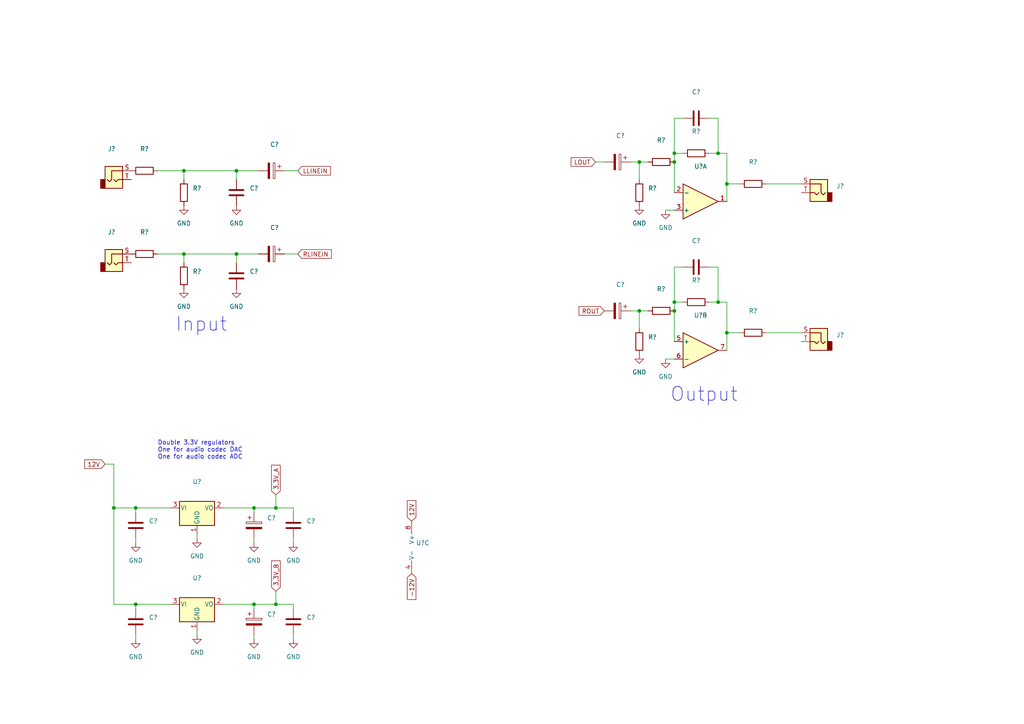
<source format=kicad_sch>
(kicad_sch (version 20211123) (generator eeschema)
  (paper "A4")
  (lib_symbols
    (symbol "Amplifier_Operational:TL072" (pin_names (offset 0.127))
      (property "Reference" "U" (at 0 5.08 0))
      (property "Value" "TL072" (at 0 -5.08 0))
      (symbol "TL072_1_1"
        (polyline (pts (xy -5.08 5.08) (xy 5.08 0) (xy -5.08 -5.08) (xy -5.08 5.08)) (stroke (width 0.254)) (fill (type background)))
        (pin output line (at 7.62 0 180) (length 2.54) (name "~") (number "1"))
        (pin input line (at -7.62 -2.54 0) (length 2.54) (name "-") (number "2"))
        (pin input line (at -7.62 2.54 0) (length 2.54) (name "+") (number "3"))
      )
      (symbol "TL072_2_1"
        (polyline (pts (xy -5.08 5.08) (xy 5.08 0) (xy -5.08 -5.08) (xy -5.08 5.08)) (stroke (width 0.254)) (fill (type background)))
        (pin input line (at -7.62 2.54 0) (length 2.54) (name "+") (number "5"))
        (pin input line (at -7.62 -2.54 0) (length 2.54) (name "-") (number "6"))
        (pin output line (at 7.62 0 180) (length 2.54) (name "~") (number "7"))
      )
      (symbol "TL072_3_1"
        (pin power_in line (at -2.54 -7.62 90) (length 3.81) (name "V-") (number "4"))
        (pin power_in line (at -2.54 7.62 270) (length 3.81) (name "V+") (number "8"))
      )
    )
    (symbol "Connector:AudioJack2"
      (property "Reference" "J" (at 0 8.89 0))
      (property "Value" "AudioJack2" (at 0 6.35 0))
      (symbol "AudioJack2_0_1"
        (rectangle (start -3.81 0) (end -2.54 -2.54) (stroke (width 0.254)) (fill (type outline)))
        (rectangle (start -2.54 3.81) (end 2.54 -2.54) (stroke (width 0.254)) (fill (type background)))
        (polyline (pts (xy 0 0) (xy 0.635 -0.635) (xy 1.27 0) (xy 2.54 0)) (stroke (width 0.254)))
        (polyline (pts (xy 2.54 2.54) (xy -0.635 2.54) (xy -0.635 0) (xy -1.27 -0.635) (xy -1.905 0)) (stroke (width 0.254)))
      )
      (symbol "AudioJack2_1_1"
        (pin passive line (at 5.08 2.54 180) (length 2.54) (name "~") (number "S"))
        (pin passive line (at 5.08 0 180) (length 2.54) (name "~") (number "T"))
      )
    )
    (symbol "Device:C" (pin_numbers hide) (pin_names (offset 0.254))
      (property "Reference" "C" (at 0.635 2.54 0))
      (property "Value" "C" (at 0.635 -2.54 0))
      (symbol "C_0_1"
        (polyline (pts (xy -2.032 -0.762) (xy 2.032 -0.762)) (stroke (width 0.508)))
        (polyline (pts (xy -2.032 0.762) (xy 2.032 0.762)) (stroke (width 0.508)))
      )
      (symbol "C_1_1"
        (pin passive line (at 0 3.81 270) (length 2.794) (name "~") (number "1"))
        (pin passive line (at 0 -3.81 90) (length 2.794) (name "~") (number "2"))
      )
    )
    (symbol "Device:C_Polarized" (pin_numbers hide) (pin_names (offset 0.254))
      (property "Reference" "C" (at 0.635 2.54 0))
      (property "Value" "C_Polarized" (at 0.635 -2.54 0))
      (symbol "C_Polarized_0_1"
        (rectangle (start -2.286 0.508) (end 2.286 1.016))
        (polyline (pts (xy -1.778 2.286) (xy -0.762 2.286)))
        (polyline (pts (xy -1.27 2.794) (xy -1.27 1.778)))
        (rectangle (start 2.286 -0.508) (end -2.286 -1.016) (fill (type outline)))
      )
      (symbol "C_Polarized_1_1"
        (pin passive line (at 0 3.81 270) (length 2.794) (name "~") (number "1"))
        (pin passive line (at 0 -3.81 90) (length 2.794) (name "~") (number "2"))
      )
    )
    (symbol "Device:R" (pin_numbers hide) (pin_names (offset 0))
      (property "Reference" "R" (at 2.032 0 90))
      (property "Value" "R" (at 0 0 90))
      (symbol "R_0_1"
        (rectangle (start -1.016 -2.54) (end 1.016 2.54) (stroke (width 0.254)))
      )
      (symbol "R_1_1"
        (pin passive line (at 0 3.81 270) (length 1.27) (name "~") (number "1"))
        (pin passive line (at 0 -3.81 90) (length 1.27) (name "~") (number "2"))
      )
    )
    (symbol "Regulator_Linear:LM1117-3.3" (pin_names (offset 0.254))
      (property "Reference" "U" (at -3.81 3.175 0))
      (property "Value" "LM1117-3.3" (at 0 3.175 0))
      (symbol "LM1117-3.3_0_1"
        (rectangle (start -5.08 -5.08) (end 5.08 1.905) (stroke (width 0.254)) (fill (type background)))
      )
      (symbol "LM1117-3.3_1_1"
        (pin power_in line (at 0 -7.62 90) (length 2.54) (name "GND") (number "1"))
        (pin power_out line (at 7.62 0 180) (length 2.54) (name "VO") (number "2"))
        (pin power_in line (at -7.62 0 0) (length 2.54) (name "VI") (number "3"))
      )
    )
    (symbol "power:GND" (power) (pin_names (offset 0))
      (property "Value" "GND" (at 0 -3.81 0))
      (symbol "GND_0_1"
        (polyline (pts (xy 0 0) (xy 0 -1.27) (xy 1.27 -1.27) (xy 0 -2.54) (xy -1.27 -1.27) (xy 0 -1.27)))
      )
      (symbol "GND_1_1"
        (pin power_in line (at 0 0 270) (length 0) hide (name "GND") (number "1"))
      )
    )
  )
  (junction (at 73.66 175.26))
  (junction (at 210.82 96.52))
  (junction (at 39.37 147.32))
  (junction (at 185.42 90.17))
  (junction (at 195.58 46.99))
  (junction (at 39.37 175.26))
  (junction (at 195.58 87.63))
  (junction (at 80.01 147.32))
  (junction (at 53.34 49.53))
  (junction (at 195.58 44.45))
  (junction (at 53.34 73.66))
  (junction (at 185.42 46.99))
  (junction (at 80.01 175.26))
  (junction (at 210.82 53.34))
  (junction (at 68.58 73.66))
  (junction (at 73.66 147.32))
  (junction (at 68.58 49.53))
  (junction (at 33.02 147.32))
  (junction (at 208.28 87.63))
  (junction (at 208.28 44.45))
  (junction (at 195.58 90.17))
  (wire (pts (xy 64.77 147.32) (xy 73.66 147.32)))
  (wire (pts (xy 49.53 175.26) (xy 39.37 175.26)))
  (wire (pts (xy 68.58 49.53) (xy 74.93 49.53)))
  (wire (pts (xy 185.42 46.99) (xy 185.42 52.07)))
  (wire (pts (xy 73.66 175.26) (xy 73.66 176.53)))
  (wire (pts (xy 30.48 134.62) (xy 33.02 134.62)))
  (wire (pts (xy 210.82 96.52) (xy 214.63 96.52)))
  (wire (pts (xy 208.28 87.63) (xy 205.74 87.63)))
  (wire (pts (xy 57.15 154.94) (xy 57.15 156.21)))
  (wire (pts (xy 208.28 34.29) (xy 208.28 44.45)))
  (wire (pts (xy 73.66 147.32) (xy 73.66 148.59)))
  (wire (pts (xy 86.36 73.66) (xy 82.55 73.66)))
  (wire (pts (xy 208.28 77.47) (xy 208.28 87.63)))
  (wire (pts (xy 195.58 44.45) (xy 195.58 34.29)))
  (wire (pts (xy 195.58 90.17) (xy 195.58 99.06)))
  (wire (pts (xy 85.09 184.15) (xy 85.09 185.42)))
  (wire (pts (xy 39.37 157.48) (xy 39.37 156.21)))
  (wire (pts (xy 49.53 147.32) (xy 39.37 147.32)))
  (wire (pts (xy 73.66 175.26) (xy 80.01 175.26)))
  (wire (pts (xy 193.04 104.14) (xy 195.58 104.14)))
  (wire (pts (xy 39.37 185.42) (xy 39.37 184.15)))
  (wire (pts (xy 33.02 147.32) (xy 39.37 147.32)))
  (wire (pts (xy 195.58 90.17) (xy 195.58 87.63)))
  (wire (pts (xy 53.34 49.53) (xy 68.58 49.53)))
  (wire (pts (xy 172.72 46.99) (xy 175.26 46.99)))
  (wire (pts (xy 80.01 143.51) (xy 80.01 147.32)))
  (wire (pts (xy 210.82 53.34) (xy 210.82 58.42)))
  (wire (pts (xy 222.25 53.34) (xy 232.41 53.34)))
  (wire (pts (xy 195.58 87.63) (xy 198.12 87.63)))
  (wire (pts (xy 68.58 73.66) (xy 74.93 73.66)))
  (wire (pts (xy 185.42 90.17) (xy 185.42 95.25)))
  (wire (pts (xy 193.04 60.96) (xy 195.58 60.96)))
  (wire (pts (xy 195.58 34.29) (xy 198.12 34.29)))
  (wire (pts (xy 53.34 49.53) (xy 53.34 52.07)))
  (wire (pts (xy 39.37 175.26) (xy 39.37 176.53)))
  (wire (pts (xy 57.15 182.88) (xy 57.15 184.15)))
  (wire (pts (xy 80.01 171.45) (xy 80.01 175.26)))
  (wire (pts (xy 195.58 46.99) (xy 195.58 55.88)))
  (wire (pts (xy 64.77 175.26) (xy 73.66 175.26)))
  (wire (pts (xy 210.82 44.45) (xy 210.82 53.34)))
  (wire (pts (xy 205.74 77.47) (xy 208.28 77.47)))
  (wire (pts (xy 222.25 96.52) (xy 232.41 96.52)))
  (wire (pts (xy 85.09 147.32) (xy 85.09 148.59)))
  (wire (pts (xy 45.72 49.53) (xy 53.34 49.53)))
  (wire (pts (xy 80.01 175.26) (xy 85.09 175.26)))
  (wire (pts (xy 195.58 87.63) (xy 195.58 77.47)))
  (wire (pts (xy 73.66 185.42) (xy 73.66 184.15)))
  (wire (pts (xy 86.36 49.53) (xy 82.55 49.53)))
  (wire (pts (xy 185.42 90.17) (xy 187.96 90.17)))
  (wire (pts (xy 53.34 73.66) (xy 53.34 76.2)))
  (wire (pts (xy 68.58 73.66) (xy 68.58 76.2)))
  (wire (pts (xy 210.82 87.63) (xy 210.82 96.52)))
  (wire (pts (xy 39.37 147.32) (xy 39.37 148.59)))
  (wire (pts (xy 182.88 90.17) (xy 185.42 90.17)))
  (wire (pts (xy 45.72 73.66) (xy 53.34 73.66)))
  (wire (pts (xy 85.09 156.21) (xy 85.09 157.48)))
  (wire (pts (xy 210.82 44.45) (xy 208.28 44.45)))
  (wire (pts (xy 210.82 96.52) (xy 210.82 101.6)))
  (wire (pts (xy 195.58 46.99) (xy 195.58 44.45)))
  (wire (pts (xy 33.02 147.32) (xy 33.02 175.26)))
  (wire (pts (xy 73.66 147.32) (xy 80.01 147.32)))
  (wire (pts (xy 195.58 44.45) (xy 198.12 44.45)))
  (wire (pts (xy 33.02 175.26) (xy 39.37 175.26)))
  (wire (pts (xy 195.58 77.47) (xy 198.12 77.47)))
  (wire (pts (xy 210.82 53.34) (xy 214.63 53.34)))
  (wire (pts (xy 53.34 73.66) (xy 68.58 73.66)))
  (wire (pts (xy 80.01 147.32) (xy 85.09 147.32)))
  (wire (pts (xy 68.58 49.53) (xy 68.58 52.07)))
  (wire (pts (xy 185.42 46.99) (xy 187.96 46.99)))
  (wire (pts (xy 33.02 134.62) (xy 33.02 147.32)))
  (wire (pts (xy 85.09 175.26) (xy 85.09 176.53)))
  (wire (pts (xy 182.88 46.99) (xy 185.42 46.99)))
  (wire (pts (xy 208.28 44.45) (xy 205.74 44.45)))
  (wire (pts (xy 210.82 87.63) (xy 208.28 87.63)))
  (wire (pts (xy 73.66 157.48) (xy 73.66 156.21)))
  (wire (pts (xy 205.74 34.29) (xy 208.28 34.29)))
  (text "Double 3.3V regulators\nOne for audio codec DAC\nOne for audio codec ADC" (at 45.72 133.35 0) (effects (font (size 1.27 1.27)) (justify left bottom)))
  (text "Output" (at 194.31 116.84 0) (effects (font (size 4 4)) (justify left bottom)))
  (text "Input" (at 50.8 96.52 0) (effects (font (size 4 4)) (justify left bottom)))
  (global_label "RLINEIN" (shape input) (at 86.36 73.66 0) (property "Intersheet References" "${INTERSHEET_REFS}" (effects hide)))
  (global_label "3,3V_A" (shape input) (at 80.01 143.51 90) (property "Intersheet References" "${INTERSHEET_REFS}" (effects hide)))
  (global_label "LOUT" (shape input) (at 172.72 46.99 180) (property "Intersheet References" "${INTERSHEET_REFS}" (effects hide)))
  (global_label "12V" (shape input) (at 30.48 134.62 180) (property "Intersheet References" "${INTERSHEET_REFS}" (effects hide)))
  (global_label "-12V" (shape input) (at 119.38 166.37 270) (property "Intersheet References" "${INTERSHEET_REFS}" (effects hide)))
  (global_label "3,3V_B" (shape input) (at 80.01 171.45 90) (property "Intersheet References" "${INTERSHEET_REFS}" (effects hide)))
  (global_label "12V" (shape input) (at 119.38 151.13 90) (property "Intersheet References" "${INTERSHEET_REFS}" (effects hide)))
  (global_label "LLINEIN" (shape input) (at 86.36 49.53 0) (property "Intersheet References" "${INTERSHEET_REFS}" (effects hide)))
  (global_label "ROUT" (shape input) (at 175.26 90.17 180) (property "Intersheet References" "${INTERSHEET_REFS}" (effects hide)))
  (symbol (lib_id "Device:R") (at 53.34 80.01 180) (unit 1)
    (property "Reference" "R?" (at 55.88 78.7399 0) (effects (justify right)))
  )
  (symbol (lib_id "Device:R") (at 185.42 55.88 180) (unit 1)
    (property "Reference" "R?" (at 187.96 54.6099 0) (effects (justify right)))
  )
  (symbol (lib_id "Device:R") (at 185.42 99.06 180) (unit 1)
    (property "Reference" "R?" (at 187.96 97.7899 0) (effects (justify right)))
  )
  (symbol (lib_id "Device:R") (at 191.77 46.99 270) (unit 1)
    (property "Reference" "R?" (at 191.77 40.64 90))
  )
  (symbol (lib_id "Device:C") (at 201.93 34.29 270) (unit 1)
    (property "Reference" "C?" (at 201.93 26.67 90))
  )
  (symbol (lib_id "power:GND") (at 68.58 59.69 0) (unit 1)
    (property "Reference" "#PWR?" (effects hide))
  )
  (symbol (lib_id "Device:R") (at 41.91 73.66 90) (unit 1)
    (property "Reference" "R?" (at 41.91 67.31 90))
  )
  (symbol (lib_id "Device:C_Polarized") (at 179.07 46.99 270) (unit 1)
    (property "Reference" "C?" (at 179.959 39.37 90))
  )
  (symbol (lib_id "Device:C") (at 85.09 180.34 0) (unit 1)
    (property "Reference" "C?" (at 88.9 179.0699 0) (effects (justify left)))
  )
  (symbol (lib_id "power:GND") (at 193.04 104.14 0) (unit 1)
    (property "Reference" "#PWR?" (effects hide))
  )
  (symbol (lib_id "Connector:AudioJack2") (at 237.49 55.88 0) (mirror y) (unit 1)
    (property "Reference" "J?" (at 242.57 53.9749 0) (effects (justify right)))
  )
  (symbol (lib_id "Device:R") (at 53.34 55.88 180) (unit 1)
    (property "Reference" "R?" (at 55.88 54.6099 0) (effects (justify right)))
  )
  (symbol (lib_id "Device:C_Polarized") (at 78.74 73.66 270) (unit 1)
    (property "Reference" "C?" (at 79.629 66.04 90))
  )
  (symbol (lib_id "power:GND") (at 193.04 60.96 0) (unit 1)
    (property "Reference" "#PWR?" (effects hide))
  )
  (symbol (lib_id "power:GND") (at 68.58 83.82 0) (unit 1)
    (property "Reference" "#PWR?" (effects hide))
  )
  (symbol (lib_id "Regulator_Linear:LM1117-3.3") (at 57.15 175.26 0) (unit 1)
    (property "Reference" "U?" (at 57.15 167.64 0))
    (property "Datasheet" "http://www.ti.com/lit/ds/symlink/lm1117.pdf" (effects hide))
  )
  (symbol (lib_id "Device:C_Polarized") (at 73.66 152.4 0) (unit 1)
    (property "Reference" "C?" (at 77.47 150.2409 0) (effects (justify left)))
  )
  (symbol (lib_id "Amplifier_Operational:TL072") (at 121.92 158.75 0) (unit 3)
    (property "Reference" "U?" (at 120.65 157.4799 0) (effects (justify left)))
    (property "Datasheet" "http://www.ti.com/lit/ds/symlink/tl071.pdf" (effects hide))
  )
  (symbol (lib_id "Device:C") (at 39.37 152.4 0) (unit 1)
    (property "Reference" "C?" (at 43.18 151.1299 0) (effects (justify left)))
  )
  (symbol (lib_id "Device:C") (at 39.37 180.34 0) (unit 1)
    (property "Reference" "C?" (at 43.18 179.0699 0) (effects (justify left)))
  )
  (symbol (lib_id "Device:C") (at 68.58 55.88 180) (unit 1)
    (property "Reference" "C?" (at 72.39 54.6099 0) (effects (justify right)))
  )
  (symbol (lib_id "Device:R") (at 201.93 87.63 270) (unit 1)
    (property "Reference" "R?" (at 201.93 81.28 90))
  )
  (symbol (lib_id "Device:R") (at 218.44 96.52 270) (unit 1)
    (property "Reference" "R?" (at 218.44 90.17 90))
  )
  (symbol (lib_id "power:GND") (at 53.34 59.69 0) (unit 1)
    (property "Reference" "#PWR?" (effects hide))
  )
  (symbol (lib_id "power:GND") (at 85.09 157.48 0) (unit 1)
    (property "Reference" "#PWR?" (effects hide))
  )
  (symbol (lib_id "power:GND") (at 39.37 157.48 0) (unit 1)
    (property "Reference" "#PWR?" (effects hide))
  )
  (symbol (lib_id "Connector:AudioJack2") (at 33.02 52.07 0) (unit 1)
    (property "Reference" "J?" (at 32.385 43.18 0))
  )
  (symbol (lib_id "Device:C_Polarized") (at 73.66 180.34 0) (unit 1)
    (property "Reference" "C?" (at 77.47 178.1809 0) (effects (justify left)))
  )
  (symbol (lib_id "Device:C_Polarized") (at 179.07 90.17 270) (unit 1)
    (property "Reference" "C?" (at 179.959 82.55 90))
  )
  (symbol (lib_id "Device:R") (at 201.93 44.45 270) (unit 1)
    (property "Reference" "R?" (at 201.93 38.1 90))
  )
  (symbol (lib_id "Device:C_Polarized") (at 78.74 49.53 270) (unit 1)
    (property "Reference" "C?" (at 79.629 41.91 90))
  )
  (symbol (lib_id "power:GND") (at 185.42 59.69 0) (unit 1)
    (property "Reference" "#PWR?" (effects hide))
  )
  (symbol (lib_id "Device:C") (at 68.58 80.01 180) (unit 1)
    (property "Reference" "C?" (at 72.39 78.7399 0) (effects (justify right)))
  )
  (symbol (lib_id "power:GND") (at 53.34 83.82 0) (unit 1)
    (property "Reference" "#PWR?" (effects hide))
  )
  (symbol (lib_id "power:GND") (at 57.15 156.21 0) (unit 1)
    (property "Reference" "#PWR?" (effects hide))
  )
  (symbol (lib_id "Device:C") (at 201.93 77.47 270) (unit 1)
    (property "Reference" "C?" (at 201.93 69.85 90))
  )
  (symbol (lib_id "Regulator_Linear:LM1117-3.3") (at 57.15 147.32 0) (unit 1)
    (property "Reference" "U?" (at 57.15 139.7 0))
    (property "Datasheet" "http://www.ti.com/lit/ds/symlink/lm1117.pdf" (effects hide))
  )
  (symbol (lib_id "Amplifier_Operational:TL072") (at 203.2 58.42 0) (mirror x) (unit 1)
    (property "Reference" "U?" (at 203.2 48.26 0))
    (property "Datasheet" "http://www.ti.com/lit/ds/symlink/tl071.pdf" (effects hide))
  )
  (symbol (lib_id "Connector:AudioJack2") (at 237.49 99.06 0) (mirror y) (unit 1)
    (property "Reference" "J?" (at 242.57 97.1549 0) (effects (justify right)))
  )
  (symbol (lib_id "Device:R") (at 41.91 49.53 90) (unit 1)
    (property "Reference" "R?" (at 41.91 43.18 90))
  )
  (symbol (lib_id "Device:R") (at 191.77 90.17 270) (unit 1)
    (property "Reference" "R?" (at 191.77 83.82 90))
  )
  (symbol (lib_id "power:GND") (at 73.66 185.42 0) (unit 1)
    (property "Reference" "#PWR?" (effects hide))
  )
  (symbol (lib_id "Device:C") (at 85.09 152.4 0) (unit 1)
    (property "Reference" "C?" (at 88.9 151.1299 0) (effects (justify left)))
  )
  (symbol (lib_id "power:GND") (at 85.09 185.42 0) (unit 1)
    (property "Reference" "#PWR?" (effects hide))
  )
  (symbol (lib_id "power:GND") (at 39.37 185.42 0) (unit 1)
    (property "Reference" "#PWR?" (effects hide))
  )
  (symbol (lib_id "Amplifier_Operational:TL072") (at 203.2 101.6 0) (unit 2)
    (property "Reference" "U?" (at 203.2 91.44 0))
    (property "Datasheet" "http://www.ti.com/lit/ds/symlink/tl071.pdf" (effects hide))
  )
  (symbol (lib_id "power:GND") (at 185.42 102.87 0) (unit 1)
    (property "Reference" "#PWR?" (effects hide))
  )
  (symbol (lib_id "Connector:AudioJack2") (at 33.02 76.2 0) (unit 1)
    (property "Reference" "J?" (at 32.385 67.31 0))
  )
  (symbol (lib_id "power:GND") (at 73.66 157.48 0) (unit 1)
    (property "Reference" "#PWR?" (effects hide))
  )
  (symbol (lib_id "power:GND") (at 57.15 184.15 0) (unit 1)
    (property "Reference" "#PWR?" (effects hide))
  )
  (symbol (lib_id "Device:R") (at 218.44 53.34 270) (unit 1)
    (property "Reference" "R?" (at 218.44 46.99 90))
  )
)
</source>
